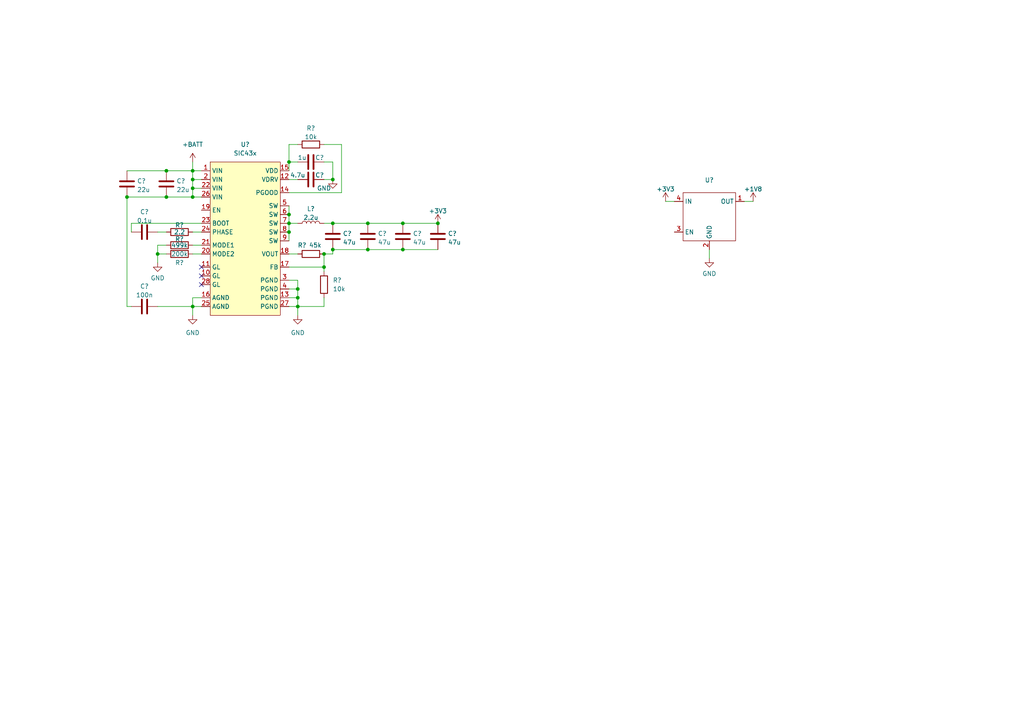
<source format=kicad_sch>
(kicad_sch (version 20211123) (generator eeschema)
  (paper "A4")
  (lib_symbols
    (symbol "Device:C" (pin_numbers hide) (pin_names (offset 0.254))
      (property "Reference" "C" (at 0.635 2.54 0))
      (property "Value" "C" (at 0.635 -2.54 0))
      (symbol "C_0_1"
        (polyline (pts (xy -2.032 -0.762) (xy 2.032 -0.762)) (stroke (width 0.508)))
        (polyline (pts (xy -2.032 0.762) (xy 2.032 0.762)) (stroke (width 0.508)))
      )
      (symbol "C_1_1"
        (pin passive line (at 0 3.81 270) (length 2.794) (name "~") (number "1"))
        (pin passive line (at 0 -3.81 90) (length 2.794) (name "~") (number "2"))
      )
    )
    (symbol "Device:L" (pin_numbers hide) (pin_names (offset 1.016) hide)
      (property "Reference" "L" (at -1.27 0 90))
      (property "Value" "L" (at 1.905 0 90))
      (symbol "L_0_1"
        (arc (start 0 -2.54) (mid 0.635 -1.905) (end 0 -1.27))
        (arc (start 0 -1.27) (mid 0.635 -0.635) (end 0 0))
        (arc (start 0 0) (mid 0.635 0.635) (end 0 1.27))
        (arc (start 0 1.27) (mid 0.635 1.905) (end 0 2.54))
      )
      (symbol "L_1_1"
        (pin passive line (at 0 3.81 270) (length 1.27) (name "1") (number "1"))
        (pin passive line (at 0 -3.81 90) (length 1.27) (name "2") (number "2"))
      )
    )
    (symbol "Device:R" (pin_numbers hide) (pin_names (offset 0))
      (property "Reference" "R" (at 2.032 0 90))
      (property "Value" "R" (at 0 0 90))
      (symbol "R_0_1"
        (rectangle (start -1.016 -2.54) (end 1.016 2.54) (stroke (width 0.254)))
      )
      (symbol "R_1_1"
        (pin passive line (at 0 3.81 270) (length 1.27) (name "~") (number "1"))
        (pin passive line (at 0 -3.81 90) (length 1.27) (name "~") (number "2"))
      )
    )
    (symbol "Voltage_Regulators_Linear:TLV707"
      (property "Reference" "U" (at 0 3.81 0))
      (property "Value" "TLV707" (at 0 1.27 0))
      (symbol "TLV707_0_1"
        (rectangle (start -7.62 -1.27) (end 7.62 -15.24) (stroke (width 0.1524)))
      )
      (symbol "TLV707_1_1"
        (pin input line (at 10.16 -3.81 180) (length 2.54) (name "OUT") (number "1"))
        (pin input line (at 0 -17.78 90) (length 2.54) (name "GND") (number "2"))
        (pin input line (at -10.16 -12.7 0) (length 2.54) (name "EN") (number "3"))
        (pin input line (at -10.16 -3.81 0) (length 2.54) (name "IN") (number "4"))
      )
    )
    (symbol "Voltage_Regulators_Switching:SIC43x"
      (property "Reference" "U" (at 0 5.08 0))
      (property "Value" "SIC43x" (at 0 2.54 0))
      (symbol "SIC43x_0_1"
        (rectangle (start -10.16 1.27) (end 10.16 -43.18) (stroke (width 0.1524)) (fill (type background)))
      )
      (symbol "SIC43x_1_1"
        (pin power_in line (at -12.7 -1.27 0) (length 2.54) (name "VIN") (number "1"))
        (pin input line (at -12.7 -31.75 0) (length 2.54) (name "GL") (number "10"))
        (pin input line (at -12.7 -29.21 0) (length 2.54) (name "GL") (number "11"))
        (pin input line (at 12.7 -3.81 180) (length 2.54) (name "VDRV") (number "12"))
        (pin power_in line (at 12.7 -38.1 180) (length 2.54) (name "PGND") (number "13"))
        (pin input line (at 12.7 -7.62 180) (length 2.54) (name "PGOOD") (number "14"))
        (pin input line (at 12.7 -1.27 180) (length 2.54) (name "VDD") (number "15"))
        (pin power_in line (at -12.7 -38.1 0) (length 2.54) (name "AGND") (number "16"))
        (pin input line (at 12.7 -29.21 180) (length 2.54) (name "FB") (number "17"))
        (pin input line (at 12.7 -25.4 180) (length 2.54) (name "VOUT") (number "18"))
        (pin input line (at -12.7 -12.7 0) (length 2.54) (name "EN") (number "19"))
        (pin power_in line (at -12.7 -3.81 0) (length 2.54) (name "VIN") (number "2"))
        (pin input line (at -12.7 -25.4 0) (length 2.54) (name "MODE2") (number "20"))
        (pin input line (at -12.7 -22.86 0) (length 2.54) (name "MODE1") (number "21"))
        (pin power_in line (at -12.7 -6.35 0) (length 2.54) (name "VIN") (number "22"))
        (pin input line (at -12.7 -16.51 0) (length 2.54) (name "BOOT") (number "23"))
        (pin input line (at -12.7 -19.05 0) (length 2.54) (name "PHASE") (number "24"))
        (pin power_in line (at -12.7 -40.64 0) (length 2.54) (name "AGND") (number "25"))
        (pin power_in line (at -12.7 -8.89 0) (length 2.54) (name "VIN") (number "26"))
        (pin power_in line (at 12.7 -40.64 180) (length 2.54) (name "PGND") (number "27"))
        (pin input line (at -12.7 -34.29 0) (length 2.54) (name "GL") (number "28"))
        (pin power_in line (at 12.7 -33.02 180) (length 2.54) (name "PGND") (number "3"))
        (pin power_in line (at 12.7 -35.56 180) (length 2.54) (name "PGND") (number "4"))
        (pin input line (at 12.7 -11.43 180) (length 2.54) (name "SW") (number "5"))
        (pin input line (at 12.7 -13.97 180) (length 2.54) (name "SW") (number "6"))
        (pin input line (at 12.7 -16.51 180) (length 2.54) (name "SW") (number "7"))
        (pin input line (at 12.7 -19.05 180) (length 2.54) (name "SW") (number "8"))
        (pin input line (at 12.7 -21.59 180) (length 2.54) (name "SW") (number "9"))
      )
    )
    (symbol "power:+1V8" (power) (pin_names (offset 0))
      (property "Value" "+1V8" (at 0 3.556 0))
      (symbol "+1V8_0_1"
        (polyline (pts (xy -0.762 1.27) (xy 0 2.54)))
        (polyline (pts (xy 0 0) (xy 0 2.54)))
        (polyline (pts (xy 0 2.54) (xy 0.762 1.27)))
      )
      (symbol "+1V8_1_1"
        (pin power_in line (at 0 0 90) (length 0) hide (name "+1V8") (number "1"))
      )
    )
    (symbol "power:+3.3V" (power) (pin_names (offset 0))
      (property "Value" "+3.3V" (at 0 3.556 0))
      (symbol "+3.3V_0_1"
        (polyline (pts (xy -0.762 1.27) (xy 0 2.54)))
        (polyline (pts (xy 0 0) (xy 0 2.54)))
        (polyline (pts (xy 0 2.54) (xy 0.762 1.27)))
      )
      (symbol "+3.3V_1_1"
        (pin power_in line (at 0 0 90) (length 0) hide (name "+3V3") (number "1"))
      )
    )
    (symbol "power:+BATT" (power) (pin_names (offset 0))
      (property "Value" "+BATT" (at 0 3.556 0))
      (symbol "+BATT_0_1"
        (polyline (pts (xy -0.762 1.27) (xy 0 2.54)))
        (polyline (pts (xy 0 0) (xy 0 2.54)))
        (polyline (pts (xy 0 2.54) (xy 0.762 1.27)))
      )
      (symbol "+BATT_1_1"
        (pin power_in line (at 0 0 90) (length 0) hide (name "+BATT") (number "1"))
      )
    )
    (symbol "power:GND" (power) (pin_names (offset 0))
      (property "Value" "GND" (at 0 -3.81 0))
      (symbol "GND_0_1"
        (polyline (pts (xy 0 0) (xy 0 -1.27) (xy 1.27 -1.27) (xy 0 -2.54) (xy -1.27 -1.27) (xy 0 -1.27)))
      )
      (symbol "GND_1_1"
        (pin power_in line (at 0 0 270) (length 0) hide (name "GND") (number "1"))
      )
    )
  )
  (junction (at 83.82 64.77))
  (junction (at 55.88 49.53))
  (junction (at 36.83 57.15))
  (junction (at 106.68 72.39))
  (junction (at 55.88 57.15))
  (junction (at 96.52 72.39))
  (junction (at 55.88 52.07))
  (junction (at 93.98 73.66))
  (junction (at 96.52 52.07))
  (junction (at 45.72 73.66))
  (junction (at 86.36 86.36))
  (junction (at 116.84 72.39))
  (junction (at 96.52 64.77))
  (junction (at 127 64.77))
  (junction (at 116.84 64.77))
  (junction (at 48.26 49.53))
  (junction (at 83.82 62.23))
  (junction (at 55.88 54.61))
  (junction (at 83.82 46.99))
  (junction (at 86.36 88.9))
  (junction (at 106.68 64.77))
  (junction (at 55.88 88.9))
  (junction (at 48.26 57.15))
  (junction (at 86.36 83.82))
  (junction (at 83.82 67.31))
  (junction (at 93.98 77.47))
  (no_connect (at 58.42 80.01))
  (no_connect (at 58.42 77.47))
  (no_connect (at 58.42 82.55))
  (wire (pts (xy 58.42 86.36) (xy 55.88 86.36)))
  (wire (pts (xy 205.74 72.39) (xy 205.74 74.93)))
  (wire (pts (xy 86.36 86.36) (xy 86.36 83.82)))
  (wire (pts (xy 96.52 46.99) (xy 96.52 52.07)))
  (wire (pts (xy 83.82 46.99) (xy 86.36 46.99)))
  (wire (pts (xy 83.82 64.77) (xy 83.82 67.31)))
  (wire (pts (xy 83.82 73.66) (xy 86.36 73.66)))
  (wire (pts (xy 48.26 73.66) (xy 45.72 73.66)))
  (wire (pts (xy 93.98 86.36) (xy 93.98 88.9)))
  (wire (pts (xy 86.36 41.91) (xy 83.82 41.91)))
  (wire (pts (xy 55.88 54.61) (xy 58.42 54.61)))
  (wire (pts (xy 48.26 49.53) (xy 55.88 49.53)))
  (wire (pts (xy 55.88 71.12) (xy 58.42 71.12)))
  (wire (pts (xy 55.88 88.9) (xy 55.88 91.44)))
  (wire (pts (xy 38.1 64.77) (xy 58.42 64.77)))
  (wire (pts (xy 96.52 64.77) (xy 106.68 64.77)))
  (wire (pts (xy 45.72 73.66) (xy 45.72 71.12)))
  (wire (pts (xy 83.82 86.36) (xy 86.36 86.36)))
  (wire (pts (xy 93.98 64.77) (xy 96.52 64.77)))
  (wire (pts (xy 58.42 88.9) (xy 55.88 88.9)))
  (wire (pts (xy 83.82 62.23) (xy 83.82 64.77)))
  (wire (pts (xy 93.98 88.9) (xy 86.36 88.9)))
  (wire (pts (xy 36.83 57.15) (xy 36.83 88.9)))
  (wire (pts (xy 45.72 71.12) (xy 48.26 71.12)))
  (wire (pts (xy 86.36 83.82) (xy 86.36 81.28)))
  (wire (pts (xy 93.98 77.47) (xy 93.98 78.74)))
  (wire (pts (xy 86.36 81.28) (xy 83.82 81.28)))
  (wire (pts (xy 38.1 67.31) (xy 38.1 64.77)))
  (wire (pts (xy 83.82 88.9) (xy 86.36 88.9)))
  (wire (pts (xy 83.82 52.07) (xy 86.36 52.07)))
  (wire (pts (xy 99.06 55.88) (xy 83.82 55.88)))
  (wire (pts (xy 36.83 49.53) (xy 48.26 49.53)))
  (wire (pts (xy 106.68 72.39) (xy 116.84 72.39)))
  (wire (pts (xy 55.88 52.07) (xy 55.88 49.53)))
  (wire (pts (xy 93.98 52.07) (xy 96.52 52.07)))
  (wire (pts (xy 193.04 58.42) (xy 195.58 58.42)))
  (wire (pts (xy 58.42 57.15) (xy 55.88 57.15)))
  (wire (pts (xy 116.84 64.77) (xy 127 64.77)))
  (wire (pts (xy 36.83 57.15) (xy 48.26 57.15)))
  (wire (pts (xy 55.88 49.53) (xy 58.42 49.53)))
  (wire (pts (xy 86.36 88.9) (xy 86.36 91.44)))
  (wire (pts (xy 93.98 41.91) (xy 99.06 41.91)))
  (wire (pts (xy 96.52 73.66) (xy 93.98 73.66)))
  (wire (pts (xy 45.72 88.9) (xy 55.88 88.9)))
  (wire (pts (xy 48.26 57.15) (xy 55.88 57.15)))
  (wire (pts (xy 83.82 67.31) (xy 83.82 69.85)))
  (wire (pts (xy 45.72 73.66) (xy 45.72 76.2)))
  (wire (pts (xy 106.68 64.77) (xy 116.84 64.77)))
  (wire (pts (xy 116.84 72.39) (xy 127 72.39)))
  (wire (pts (xy 55.88 67.31) (xy 58.42 67.31)))
  (wire (pts (xy 55.88 49.53) (xy 55.88 46.99)))
  (wire (pts (xy 55.88 52.07) (xy 58.42 52.07)))
  (wire (pts (xy 45.72 67.31) (xy 48.26 67.31)))
  (wire (pts (xy 93.98 77.47) (xy 83.82 77.47)))
  (wire (pts (xy 36.83 88.9) (xy 38.1 88.9)))
  (wire (pts (xy 83.82 83.82) (xy 86.36 83.82)))
  (wire (pts (xy 55.88 86.36) (xy 55.88 88.9)))
  (wire (pts (xy 83.82 49.53) (xy 83.82 46.99)))
  (wire (pts (xy 96.52 72.39) (xy 106.68 72.39)))
  (wire (pts (xy 215.9 58.42) (xy 218.44 58.42)))
  (wire (pts (xy 86.36 88.9) (xy 86.36 86.36)))
  (wire (pts (xy 93.98 46.99) (xy 96.52 46.99)))
  (wire (pts (xy 83.82 41.91) (xy 83.82 46.99)))
  (wire (pts (xy 96.52 72.39) (xy 96.52 73.66)))
  (wire (pts (xy 55.88 54.61) (xy 55.88 52.07)))
  (wire (pts (xy 93.98 73.66) (xy 93.98 77.47)))
  (wire (pts (xy 99.06 41.91) (xy 99.06 55.88)))
  (wire (pts (xy 55.88 57.15) (xy 55.88 54.61)))
  (wire (pts (xy 83.82 64.77) (xy 86.36 64.77)))
  (wire (pts (xy 83.82 59.69) (xy 83.82 62.23)))
  (wire (pts (xy 55.88 73.66) (xy 58.42 73.66)))
  (symbol (lib_id "Device:C") (at 41.91 88.9 90) (unit 1)
    (property "Reference" "C?" (at 41.91 83.0412 90))
    (property "Value" "100n" (at 41.91 85.5781 90))
  )
  (symbol (lib_id "power:+1V8") (at 218.44 58.42 0) (unit 1)
    (property "Reference" "#PWR?" (effects hide))
  )
  (symbol (lib_id "power:GND") (at 96.52 52.07 0) (unit 1)
    (property "Reference" "#PWR?" (effects hide))
    (property "Value" "GND" (at 93.98 54.61 0))
  )
  (symbol (lib_id "Voltage_Regulators_Linear:TLV707") (at 205.74 54.61 0) (unit 1)
    (property "Reference" "U?" (at 205.74 52.231 0))
  )
  (symbol (lib_id "power:GND") (at 55.88 91.44 0) (unit 1)
    (property "Reference" "#PWR?" (effects hide))
    (property "Value" "GND" (at 55.88 96.52 0))
  )
  (symbol (lib_id "Device:C") (at 106.68 68.58 0) (unit 1)
    (property "Reference" "C?" (at 109.601 67.7453 0) (effects (justify left)))
    (property "Value" "47u" (at 109.601 70.2822 0) (effects (justify left)))
  )
  (symbol (lib_id "Device:R") (at 90.17 73.66 90) (unit 1)
    (property "Reference" "R?" (at 87.63 71.12 90))
    (property "Value" "45k" (at 91.44 71.12 90))
  )
  (symbol (lib_id "power:+3.3V") (at 127 64.77 0) (unit 1)
    (property "Reference" "#PWR?" (effects hide))
    (property "Value" "+3.3V" (at 127 61.1942 0))
  )
  (symbol (lib_id "power:+3.3V") (at 193.04 58.42 0) (unit 1)
    (property "Reference" "#PWR?" (effects hide))
  )
  (symbol (lib_id "Device:L") (at 90.17 64.77 90) (unit 1)
    (property "Reference" "L?" (at 90.17 60.5622 90))
    (property "Value" "2.2u" (at 90.17 63.0991 90))
  )
  (symbol (lib_id "Device:R") (at 52.07 67.31 90) (unit 1)
    (property "Reference" "R?" (at 52.07 65.278 90))
    (property "Value" "2.2" (at 52.07 67.31 90))
  )
  (symbol (lib_id "Device:R") (at 90.17 41.91 90) (unit 1)
    (property "Reference" "R?" (at 90.17 37.1942 90))
    (property "Value" "10k" (at 90.17 39.7311 90))
  )
  (symbol (lib_id "power:GND") (at 86.36 91.44 0) (unit 1)
    (property "Reference" "#PWR?" (effects hide))
    (property "Value" "GND" (at 86.36 96.52 0))
  )
  (symbol (lib_id "Device:R") (at 52.07 71.12 90) (unit 1)
    (property "Reference" "R?" (at 52.07 69.342 90))
    (property "Value" "499k" (at 52.07 71.12 90))
  )
  (symbol (lib_id "Device:R") (at 52.07 73.66 90) (unit 1)
    (property "Reference" "R?" (at 52.07 76.2 90))
    (property "Value" "200k" (at 52.07 73.66 90))
  )
  (symbol (lib_id "Device:C") (at 90.17 46.99 90) (unit 1)
    (property "Reference" "C?" (at 92.71 45.72 90))
    (property "Value" "1u" (at 87.63 45.72 90))
  )
  (symbol (lib_id "Device:C") (at 36.83 53.34 0) (unit 1)
    (property "Reference" "C?" (at 39.751 52.5053 0) (effects (justify left)))
    (property "Value" "22u" (at 39.751 55.0422 0) (effects (justify left)))
  )
  (symbol (lib_id "Device:C") (at 48.26 53.34 0) (unit 1)
    (property "Reference" "C?" (at 51.181 52.5053 0) (effects (justify left)))
    (property "Value" "22u" (at 51.181 55.0422 0) (effects (justify left)))
  )
  (symbol (lib_id "power:+BATT") (at 55.88 46.99 0) (unit 1)
    (property "Reference" "#PWR?" (effects hide))
    (property "Value" "+BATT" (at 55.88 41.91 0))
  )
  (symbol (lib_id "Device:C") (at 41.91 67.31 90) (unit 1)
    (property "Reference" "C?" (at 41.91 61.4512 90))
    (property "Value" "0.1u" (at 41.91 63.9881 90))
  )
  (symbol (lib_id "Voltage_Regulators_Switching:SIC43x") (at 71.12 48.26 0) (unit 1)
    (property "Reference" "U?" (at 71.12 41.91 0))
    (property "Value" "SIC43x" (at 71.12 44.45 0))
  )
  (symbol (lib_id "power:GND") (at 205.74 74.93 0) (unit 1)
    (property "Reference" "#PWR?" (effects hide))
  )
  (symbol (lib_id "Device:C") (at 127 68.58 0) (unit 1)
    (property "Reference" "C?" (at 129.921 67.7453 0) (effects (justify left)))
    (property "Value" "47u" (at 129.921 70.2822 0) (effects (justify left)))
  )
  (symbol (lib_id "Device:C") (at 116.84 68.58 0) (unit 1)
    (property "Reference" "C?" (at 119.761 67.7453 0) (effects (justify left)))
    (property "Value" "47u" (at 119.761 70.2822 0) (effects (justify left)))
  )
  (symbol (lib_id "Device:R") (at 93.98 82.55 0) (unit 1)
    (property "Reference" "R?" (at 96.52 81.2799 0) (effects (justify left)))
    (property "Value" "10k" (at 96.52 83.8199 0) (effects (justify left)))
  )
  (symbol (lib_id "Device:C") (at 96.52 68.58 0) (unit 1)
    (property "Reference" "C?" (at 99.441 67.7453 0) (effects (justify left)))
    (property "Value" "47u" (at 99.441 70.2822 0) (effects (justify left)))
  )
  (symbol (lib_id "power:GND") (at 45.72 76.2 0) (unit 1)
    (property "Reference" "#PWR?" (effects hide))
    (property "Value" "GND" (at 45.72 80.6434 0))
  )
  (symbol (lib_id "Device:C") (at 90.17 52.07 90) (unit 1)
    (property "Reference" "C?" (at 92.71 50.8 90))
    (property "Value" "4.7u" (at 86.36 50.8 90))
  )
)
</source>
